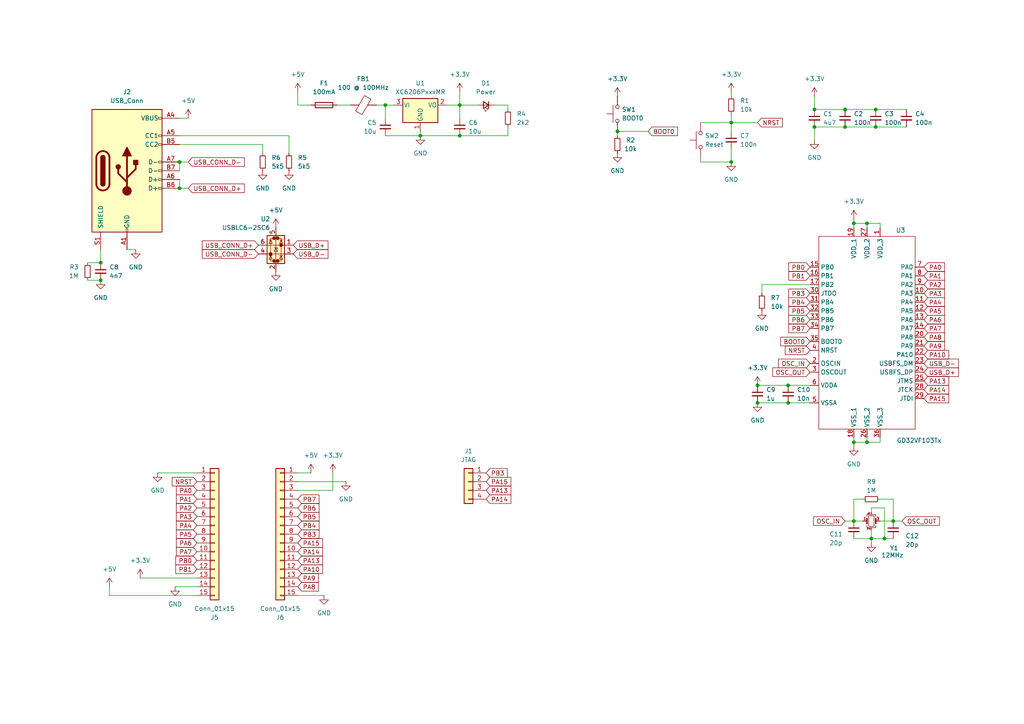
<source format=kicad_sch>
(kicad_sch (version 20231120) (generator "eeschema") (generator_version "8.0")
  (paper "A4")
  (lib_symbols
    (symbol "Connector:USB_C_Receptacle_USB2.0_14P" (pin_names (offset 1.016))
      (property "Reference" "J" (at 0 22.225 0))
      (property "Value" "USB_C_Receptacle_USB2.0_14P" (at 0 19.685 0))
      (symbol "USB_C_Receptacle_USB2.0_14P_0_0"
        (rectangle (start -0.254 -17.78) (end 0.254 -16.764))
        (rectangle (start 10.16 -4.826) (end 9.144 -5.334))
        (rectangle (start 10.16 -2.286) (end 9.144 -2.794))
        (rectangle (start 10.16 0.254) (end 9.144 -0.254))
        (rectangle (start 10.16 2.794) (end 9.144 2.286))
        (rectangle (start 10.16 7.874) (end 9.144 7.366))
        (rectangle (start 10.16 10.414) (end 9.144 9.906))
        (rectangle (start 10.16 15.494) (end 9.144 14.986))
      )
      (symbol "USB_C_Receptacle_USB2.0_14P_0_1"
        (rectangle (start -10.16 17.78) (end 10.16 -17.78) (stroke (width 0.254)) (fill (type background)))
        (arc (start -8.89 -3.81) (mid -6.985 -5.7067) (end -5.08 -3.81) (stroke (width 0.508)))
        (arc (start -7.62 -3.81) (mid -6.985 -4.4423) (end -6.35 -3.81) (stroke (width 0.254)))
        (arc (start -7.62 -3.81) (mid -6.985 -4.4423) (end -6.35 -3.81) (stroke (width 0.254)) (fill (type outline)))
        (rectangle (start -7.62 -3.81) (end -6.35 3.81) (stroke (width 0.254)) (fill (type outline)))
        (arc (start -6.35 3.81) (mid -6.985 4.4423) (end -7.62 3.81) (stroke (width 0.254)))
        (arc (start -6.35 3.81) (mid -6.985 4.4423) (end -7.62 3.81) (stroke (width 0.254)) (fill (type outline)))
        (arc (start -5.08 3.81) (mid -6.985 5.7067) (end -8.89 3.81) (stroke (width 0.508)))
        (circle (center -2.54 1.143) (radius 0.635) (stroke (width 0.254)) (fill (type outline)))
        (circle (center 0 -5.842) (radius 1.27) (fill (type outline)))
        (polyline (pts (xy -8.89 -3.81) (xy -8.89 3.81)) (stroke (width 0.508)))
        (polyline (pts (xy -5.08 3.81) (xy -5.08 -3.81)) (stroke (width 0.508)))
        (polyline (pts (xy 0 -5.842) (xy 0 4.318)) (stroke (width 0.508)))
        (polyline (pts (xy 0 -3.302) (xy -2.54 -0.762) (xy -2.54 0.508)) (stroke (width 0.508)))
        (polyline (pts (xy 0 -2.032) (xy 2.54 0.508) (xy 2.54 1.778)) (stroke (width 0.508)))
        (polyline (pts (xy -1.27 4.318) (xy 0 6.858) (xy 1.27 4.318) (xy -1.27 4.318)) (stroke (width 0.254)) (fill (type outline)))
        (rectangle (start 1.905 1.778) (end 3.175 3.048) (stroke (width 0.254)) (fill (type outline)))
      )
      (symbol "USB_C_Receptacle_USB2.0_14P_1_1"
        (pin passive line (at 0 -22.86 90) (length 5.08) (name "GND") (number "A1"))
        (pin passive line (at 0 -22.86 90) (length 5.08) hide (name "GND") (number "A12"))
        (pin passive line (at 15.24 15.24 180) (length 5.08) (name "VBUS") (number "A4"))
        (pin bidirectional line (at 15.24 10.16 180) (length 5.08) (name "CC1") (number "A5"))
        (pin bidirectional line (at 15.24 -2.54 180) (length 5.08) (name "D+") (number "A6"))
        (pin bidirectional line (at 15.24 2.54 180) (length 5.08) (name "D-") (number "A7"))
        (pin passive line (at 15.24 15.24 180) (length 5.08) hide (name "VBUS") (number "A9"))
        (pin passive line (at 0 -22.86 90) (length 5.08) hide (name "GND") (number "B1"))
        (pin passive line (at 0 -22.86 90) (length 5.08) hide (name "GND") (number "B12"))
        (pin passive line (at 15.24 15.24 180) (length 5.08) hide (name "VBUS") (number "B4"))
        (pin bidirectional line (at 15.24 7.62 180) (length 5.08) (name "CC2") (number "B5"))
        (pin bidirectional line (at 15.24 -5.08 180) (length 5.08) (name "D+") (number "B6"))
        (pin bidirectional line (at 15.24 0 180) (length 5.08) (name "D-") (number "B7"))
        (pin passive line (at 15.24 15.24 180) (length 5.08) hide (name "VBUS") (number "B9"))
        (pin passive line (at -7.62 -22.86 90) (length 5.08) (name "SHIELD") (number "S1"))
      )
    )
    (symbol "Connector_Generic:Conn_01x04" (pin_names (offset 1.016) hide)
      (property "Reference" "J" (at 0 5.08 0))
      (property "Value" "Conn_01x04" (at 0 -7.62 0))
      (symbol "Conn_01x04_1_1"
        (rectangle (start -1.27 -4.953) (end 0 -5.207) (stroke (width 0.1524)))
        (rectangle (start -1.27 -2.413) (end 0 -2.667) (stroke (width 0.1524)))
        (rectangle (start -1.27 0.127) (end 0 -0.127) (stroke (width 0.1524)))
        (rectangle (start -1.27 2.667) (end 0 2.413) (stroke (width 0.1524)))
        (rectangle (start -1.27 3.81) (end 1.27 -6.35) (stroke (width 0.254)) (fill (type background)))
        (pin passive line (at -5.08 2.54 0) (length 3.81) (name "Pin_1") (number "1"))
        (pin passive line (at -5.08 0 0) (length 3.81) (name "Pin_2") (number "2"))
        (pin passive line (at -5.08 -2.54 0) (length 3.81) (name "Pin_3") (number "3"))
        (pin passive line (at -5.08 -5.08 0) (length 3.81) (name "Pin_4") (number "4"))
      )
    )
    (symbol "Connector_Generic:Conn_01x15" (pin_names (offset 1.016) hide)
      (property "Reference" "J" (at 0 20.32 0))
      (property "Value" "Conn_01x15" (at 0 -20.32 0))
      (symbol "Conn_01x15_1_1"
        (rectangle (start -1.27 -17.653) (end 0 -17.907) (stroke (width 0.1524)))
        (rectangle (start -1.27 -15.113) (end 0 -15.367) (stroke (width 0.1524)))
        (rectangle (start -1.27 -12.573) (end 0 -12.827) (stroke (width 0.1524)))
        (rectangle (start -1.27 -10.033) (end 0 -10.287) (stroke (width 0.1524)))
        (rectangle (start -1.27 -7.493) (end 0 -7.747) (stroke (width 0.1524)))
        (rectangle (start -1.27 -4.953) (end 0 -5.207) (stroke (width 0.1524)))
        (rectangle (start -1.27 -2.413) (end 0 -2.667) (stroke (width 0.1524)))
        (rectangle (start -1.27 0.127) (end 0 -0.127) (stroke (width 0.1524)))
        (rectangle (start -1.27 2.667) (end 0 2.413) (stroke (width 0.1524)))
        (rectangle (start -1.27 5.207) (end 0 4.953) (stroke (width 0.1524)))
        (rectangle (start -1.27 7.747) (end 0 7.493) (stroke (width 0.1524)))
        (rectangle (start -1.27 10.287) (end 0 10.033) (stroke (width 0.1524)))
        (rectangle (start -1.27 12.827) (end 0 12.573) (stroke (width 0.1524)))
        (rectangle (start -1.27 15.367) (end 0 15.113) (stroke (width 0.1524)))
        (rectangle (start -1.27 17.907) (end 0 17.653) (stroke (width 0.1524)))
        (rectangle (start -1.27 19.05) (end 1.27 -19.05) (stroke (width 0.254)) (fill (type background)))
        (pin passive line (at -5.08 17.78 0) (length 3.81) (name "Pin_1") (number "1"))
        (pin passive line (at -5.08 -5.08 0) (length 3.81) (name "Pin_10") (number "10"))
        (pin passive line (at -5.08 -7.62 0) (length 3.81) (name "Pin_11") (number "11"))
        (pin passive line (at -5.08 -10.16 0) (length 3.81) (name "Pin_12") (number "12"))
        (pin passive line (at -5.08 -12.7 0) (length 3.81) (name "Pin_13") (number "13"))
        (pin passive line (at -5.08 -15.24 0) (length 3.81) (name "Pin_14") (number "14"))
        (pin passive line (at -5.08 -17.78 0) (length 3.81) (name "Pin_15") (number "15"))
        (pin passive line (at -5.08 15.24 0) (length 3.81) (name "Pin_2") (number "2"))
        (pin passive line (at -5.08 12.7 0) (length 3.81) (name "Pin_3") (number "3"))
        (pin passive line (at -5.08 10.16 0) (length 3.81) (name "Pin_4") (number "4"))
        (pin passive line (at -5.08 7.62 0) (length 3.81) (name "Pin_5") (number "5"))
        (pin passive line (at -5.08 5.08 0) (length 3.81) (name "Pin_6") (number "6"))
        (pin passive line (at -5.08 2.54 0) (length 3.81) (name "Pin_7") (number "7"))
        (pin passive line (at -5.08 0 0) (length 3.81) (name "Pin_8") (number "8"))
        (pin passive line (at -5.08 -2.54 0) (length 3.81) (name "Pin_9") (number "9"))
      )
    )
    (symbol "Device:C_Small" (pin_numbers hide) (pin_names (offset 0.254) hide)
      (property "Reference" "C" (at 0.254 1.778 0))
      (property "Value" "C_Small" (at 0.254 -2.032 0))
      (symbol "C_Small_0_1"
        (polyline (pts (xy -1.524 -0.508) (xy 1.524 -0.508)) (stroke (width 0.3302)))
        (polyline (pts (xy -1.524 0.508) (xy 1.524 0.508)) (stroke (width 0.3048)))
      )
      (symbol "C_Small_1_1"
        (pin passive line (at 0 2.54 270) (length 2.032) (name "~") (number "1"))
        (pin passive line (at 0 -2.54 90) (length 2.032) (name "~") (number "2"))
      )
    )
    (symbol "Device:Crystal_GND24_Small" (pin_names (offset 1.016) hide)
      (property "Reference" "Y" (at 1.27 4.445 0))
      (property "Value" "Crystal_GND24_Small" (at 1.27 2.54 0))
      (symbol "Crystal_GND24_Small_0_1"
        (rectangle (start -0.762 -1.524) (end 0.762 1.524))
        (polyline (pts (xy -1.27 -0.762) (xy -1.27 0.762)) (stroke (width 0.381)))
        (polyline (pts (xy 1.27 -0.762) (xy 1.27 0.762)) (stroke (width 0.381)))
        (polyline (pts (xy -1.27 -1.27) (xy -1.27 -1.905) (xy 1.27 -1.905) (xy 1.27 -1.27)))
        (polyline (pts (xy -1.27 1.27) (xy -1.27 1.905) (xy 1.27 1.905) (xy 1.27 1.27)))
      )
      (symbol "Crystal_GND24_Small_1_1"
        (pin passive line (at -2.54 0 0) (length 1.27) (name "1") (number "1"))
        (pin passive line (at 0 -2.54 90) (length 0.635) (name "2") (number "2"))
        (pin passive line (at 2.54 0 180) (length 1.27) (name "3") (number "3"))
        (pin passive line (at 0 2.54 270) (length 0.635) (name "4") (number "4"))
      )
    )
    (symbol "Device:FerriteBead" (pin_numbers hide) (pin_names (offset 0))
      (property "Reference" "FB" (at -3.81 0.635 90))
      (property "Value" "FerriteBead" (at 3.81 0 90))
      (symbol "FerriteBead_0_1"
        (polyline (pts (xy 0 -1.27) (xy 0 -1.2192)))
        (polyline (pts (xy 0 1.27) (xy 0 1.2954)))
        (polyline (pts (xy -2.7686 0.4064) (xy -1.7018 2.2606) (xy 2.7686 -0.3048) (xy 1.6764 -2.159) (xy -2.7686 0.4064)))
      )
      (symbol "FerriteBead_1_1"
        (pin passive line (at 0 3.81 270) (length 2.54) (name "~") (number "1"))
        (pin passive line (at 0 -3.81 90) (length 2.54) (name "~") (number "2"))
      )
    )
    (symbol "Device:Fuse" (pin_numbers hide) (pin_names (offset 0))
      (property "Reference" "F" (at 2.032 0 90))
      (property "Value" "Fuse" (at -1.905 0 90))
      (symbol "Fuse_0_1"
        (rectangle (start -0.762 -2.54) (end 0.762 2.54) (stroke (width 0.254)))
        (polyline (pts (xy 0 2.54) (xy 0 -2.54)))
      )
      (symbol "Fuse_1_1"
        (pin passive line (at 0 3.81 270) (length 1.27) (name "~") (number "1"))
        (pin passive line (at 0 -3.81 90) (length 1.27) (name "~") (number "2"))
      )
    )
    (symbol "Device:LED_Small" (pin_numbers hide) (pin_names (offset 0.254) hide)
      (property "Reference" "D" (at -1.27 3.175 0))
      (property "Value" "LED_Small" (at -4.445 -2.54 0))
      (symbol "LED_Small_0_1"
        (polyline (pts (xy -0.762 -1.016) (xy -0.762 1.016)) (stroke (width 0.254)))
        (polyline (pts (xy 1.016 0) (xy -0.762 0)))
        (polyline (pts (xy 0.762 -1.016) (xy -0.762 0) (xy 0.762 1.016) (xy 0.762 -1.016)) (stroke (width 0.254)))
        (polyline (pts (xy 0 0.762) (xy -0.508 1.27) (xy -0.254 1.27) (xy -0.508 1.27) (xy -0.508 1.016)))
        (polyline (pts (xy 0.508 1.27) (xy 0 1.778) (xy 0.254 1.778) (xy 0 1.778) (xy 0 1.524)))
      )
      (symbol "LED_Small_1_1"
        (pin passive line (at -2.54 0 0) (length 1.778) (name "K") (number "1"))
        (pin passive line (at 2.54 0 180) (length 1.778) (name "A") (number "2"))
      )
    )
    (symbol "Device:R_Small" (pin_numbers hide) (pin_names (offset 0.254) hide)
      (property "Reference" "R" (at 0.762 0.508 0))
      (property "Value" "R_Small" (at 0.762 -1.016 0))
      (symbol "R_Small_0_1"
        (rectangle (start -0.762 1.778) (end 0.762 -1.778) (stroke (width 0.2032)))
      )
      (symbol "R_Small_1_1"
        (pin passive line (at 0 2.54 270) (length 0.762) (name "~") (number "1"))
        (pin passive line (at 0 -2.54 90) (length 0.762) (name "~") (number "2"))
      )
    )
    (symbol "GDSemi-local:GD32VF103Tx"
      (property "Reference" "U" (at 9.652 30.48 0))
      (property "Value" "GD32VF103Tx" (at 12.446 -29.718 0))
      (symbol "GD32VF103Tx_0_1"
        (rectangle (start -13.97 27.94) (end 13.97 -27.94))
      )
      (symbol "GD32VF103Tx_1_0"
        (pin bidirectional line (at 16.51 11.43 180) (length 2.54) (name "PA3") (number "10"))
        (pin bidirectional line (at 16.51 8.89 180) (length 2.54) (name "PA4") (number "11"))
        (pin bidirectional line (at 16.51 6.35 180) (length 2.54) (name "PA5") (number "12"))
        (pin bidirectional line (at 16.51 3.81 180) (length 2.54) (name "PA6") (number "13"))
        (pin bidirectional line (at 16.51 1.27 180) (length 2.54) (name "PA7") (number "14"))
        (pin bidirectional line (at -16.51 19.05 0) (length 2.54) (name "PB0") (number "15"))
        (pin bidirectional line (at -16.51 16.51 0) (length 2.54) (name "PB1") (number "16"))
        (pin bidirectional line (at -16.51 13.97 0) (length 2.54) (name "PB2") (number "17"))
        (pin power_out line (at -3.81 -30.48 90) (length 2.54) (name "VSS_1") (number "18"))
        (pin input line (at -16.51 -8.89 0) (length 2.54) (name "OSCIN") (number "2"))
        (pin bidirectional line (at 16.51 -1.27 180) (length 2.54) (name "PA8") (number "20"))
        (pin bidirectional line (at 16.51 -3.81 180) (length 2.54) (name "PA9") (number "21"))
        (pin bidirectional line (at 16.51 -6.35 180) (length 2.54) (name "PA10") (number "22"))
        (pin bidirectional line (at 16.51 -8.89 180) (length 2.54) (name "PA11") (number "23") (alternate "USBFS_DM" bidirectional line))
        (pin bidirectional line (at 16.51 -11.43 180) (length 2.54) (name "PA12") (number "24") (alternate "USBFS_DP" bidirectional line))
        (pin bidirectional line (at 16.51 -13.97 180) (length 2.54) (name "PA13") (number "25") (alternate "JTMS" bidirectional line))
        (pin power_out line (at 0 -30.48 90) (length 2.54) (name "VSS_2") (number "26"))
        (pin bidirectional line (at 16.51 -16.51 180) (length 2.54) (name "PA14") (number "28") (alternate "JTCK" bidirectional line))
        (pin bidirectional line (at 16.51 -19.05 180) (length 2.54) (name "PA15") (number "29") (alternate "JTDI" bidirectional line))
        (pin output line (at -16.51 -11.43 0) (length 2.54) (name "OSCOUT") (number "3"))
        (pin bidirectional line (at -16.51 11.43 0) (length 2.54) (name "PB3") (number "30") (alternate "JTDO" bidirectional line))
        (pin bidirectional line (at -16.51 8.89 0) (length 2.54) (name "PB4") (number "31"))
        (pin bidirectional line (at -16.51 6.35 0) (length 2.54) (name "PB5") (number "32"))
        (pin bidirectional line (at -16.51 3.81 0) (length 2.54) (name "PB6") (number "33"))
        (pin bidirectional line (at -16.51 1.27 0) (length 2.54) (name "PB7") (number "34"))
        (pin bidirectional line (at -16.51 -2.54 0) (length 2.54) (name "BOOT0") (number "35"))
        (pin power_out line (at 3.81 -30.48 90) (length 2.54) (name "VSS_3") (number "36"))
        (pin free line (at 0 -1.27 90) (length 2.54) hide (name "ThermalPad") (number "37"))
        (pin bidirectional line (at -16.51 -5.08 0) (length 2.54) (name "NRST") (number "4"))
        (pin power_out line (at -16.51 -20.32 0) (length 2.54) (name "VSSA") (number "5"))
        (pin power_in line (at -16.51 -15.24 0) (length 2.54) (name "VDDA") (number "6"))
        (pin bidirectional line (at 16.51 19.05 180) (length 2.54) (name "PA0") (number "7"))
        (pin bidirectional line (at 16.51 16.51 180) (length 2.54) (name "PA1") (number "8"))
        (pin bidirectional line (at 16.51 13.97 180) (length 2.54) (name "PA2") (number "9"))
      )
      (symbol "GD32VF103Tx_1_1"
        (pin power_in line (at 3.81 30.48 270) (length 2.54) (name "VDD_3") (number "1"))
        (pin power_in line (at -3.81 30.48 270) (length 2.54) (name "VDD_1") (number "19"))
        (pin power_in line (at 0 30.48 270) (length 2.54) (name "VDD_2") (number "27"))
      )
    )
    (symbol "Power_Protection:USBLC6-2SC6" (pin_names hide)
      (property "Reference" "U" (at 0.635 5.715 0))
      (property "Value" "USBLC6-2SC6" (at 0.635 3.81 0))
      (symbol "USBLC6-2SC6_0_0"
        (circle (center -1.524 0) (radius 0.0001) (stroke (width 0.508)))
        (circle (center -0.508 -4.572) (radius 0.0001) (stroke (width 0.508)))
        (circle (center -0.508 2.032) (radius 0.0001) (stroke (width 0.508)))
        (circle (center 0.508 -4.572) (radius 0.0001) (stroke (width 0.508)))
        (circle (center 0.508 2.032) (radius 0.0001) (stroke (width 0.508)))
        (circle (center 1.524 -2.54) (radius 0.0001) (stroke (width 0.508)))
      )
      (symbol "USBLC6-2SC6_0_1"
        (polyline (pts (xy -2.54 -2.54) (xy 2.54 -2.54)))
        (polyline (pts (xy -2.54 0) (xy 2.54 0)))
        (polyline (pts (xy -2.032 -3.048) (xy -1.016 -3.048)))
        (polyline (pts (xy -1.016 1.524) (xy -2.032 1.524)))
        (polyline (pts (xy 1.016 -3.048) (xy 2.032 -3.048)))
        (polyline (pts (xy 1.016 1.524) (xy 2.032 1.524)))
        (polyline (pts (xy -0.508 -1.143) (xy -0.508 -0.762) (xy 0.508 -0.762)))
        (polyline (pts (xy -2.032 0.508) (xy -1.016 0.508) (xy -1.524 1.524) (xy -2.032 0.508)))
        (polyline (pts (xy -1.016 -4.064) (xy -2.032 -4.064) (xy -1.524 -3.048) (xy -1.016 -4.064)))
        (polyline (pts (xy 0.508 -1.778) (xy -0.508 -1.778) (xy 0 -0.762) (xy 0.508 -1.778)))
        (polyline (pts (xy 2.032 -4.064) (xy 1.016 -4.064) (xy 1.524 -3.048) (xy 2.032 -4.064)))
        (polyline (pts (xy 2.032 0.508) (xy 1.016 0.508) (xy 1.524 1.524) (xy 2.032 0.508)))
        (polyline (pts (xy 0 2.54) (xy -0.508 2.032) (xy 0.508 2.032) (xy 0 1.524) (xy 0 -4.064) (xy -0.508 -4.572) (xy 0.508 -4.572) (xy 0 -5.08)))
      )
      (symbol "USBLC6-2SC6_1_1"
        (rectangle (start -2.54 2.794) (end 2.54 -5.334) (stroke (width 0.254)) (fill (type background)))
        (polyline (pts (xy -0.508 2.032) (xy -1.524 2.032) (xy -1.524 -4.572) (xy -0.508 -4.572)))
        (polyline (pts (xy 0.508 -4.572) (xy 1.524 -4.572) (xy 1.524 2.032) (xy 0.508 2.032)))
        (pin passive line (at -5.08 0 0) (length 2.54) (name "I/O1") (number "1"))
        (pin passive line (at 0 -7.62 90) (length 2.54) (name "GND") (number "2"))
        (pin passive line (at -5.08 -2.54 0) (length 2.54) (name "I/O2") (number "3"))
        (pin passive line (at 5.08 -2.54 180) (length 2.54) (name "I/O2") (number "4"))
        (pin passive line (at 0 5.08 270) (length 2.54) (name "VBUS") (number "5"))
        (pin passive line (at 5.08 0 180) (length 2.54) (name "I/O1") (number "6"))
      )
    )
    (symbol "Regulator_Linear:XC6206PxxxMR" (pin_names (offset 0.254))
      (property "Reference" "U" (at -3.81 3.175 0))
      (property "Value" "XC6206PxxxMR" (at 0 3.175 0))
      (symbol "XC6206PxxxMR_0_1"
        (rectangle (start -5.08 1.905) (end 5.08 -5.08) (stroke (width 0.254)) (fill (type background)))
      )
      (symbol "XC6206PxxxMR_1_1"
        (pin power_in line (at 0 -7.62 90) (length 2.54) (name "GND") (number "1"))
        (pin power_out line (at 7.62 0 180) (length 2.54) (name "VO") (number "2"))
        (pin power_in line (at -7.62 0 0) (length 2.54) (name "VI") (number "3"))
      )
    )
    (symbol "Switch:SW_Push" (pin_numbers hide) (pin_names (offset 1.016) hide)
      (property "Reference" "SW" (at 1.27 2.54 0))
      (property "Value" "SW_Push" (at 0 -1.524 0))
      (symbol "SW_Push_0_1"
        (circle (center -2.032 0) (radius 0.508))
        (polyline (pts (xy 0 1.27) (xy 0 3.048)))
        (polyline (pts (xy 2.54 1.27) (xy -2.54 1.27)))
        (circle (center 2.032 0) (radius 0.508))
        (pin passive line (at -5.08 0 0) (length 2.54) (name "1") (number "1"))
        (pin passive line (at 5.08 0 180) (length 2.54) (name "2") (number "2"))
      )
    )
    (symbol "power:+3.3V" (power) (pin_numbers hide) (pin_names (offset 0) hide)
      (property "Value" "+3.3V" (at 0 3.556 0))
      (symbol "+3.3V_0_1"
        (polyline (pts (xy -0.762 1.27) (xy 0 2.54)))
        (polyline (pts (xy 0 0) (xy 0 2.54)))
        (polyline (pts (xy 0 2.54) (xy 0.762 1.27)))
      )
      (symbol "+3.3V_1_1"
        (pin power_in line (at 0 0 90) (length 0) (name "~") (number "1"))
      )
    )
    (symbol "power:+5V" (power) (pin_numbers hide) (pin_names (offset 0) hide)
      (property "Value" "+5V" (at 0 3.556 0))
      (symbol "+5V_0_1"
        (polyline (pts (xy -0.762 1.27) (xy 0 2.54)))
        (polyline (pts (xy 0 0) (xy 0 2.54)))
        (polyline (pts (xy 0 2.54) (xy 0.762 1.27)))
      )
      (symbol "+5V_1_1"
        (pin power_in line (at 0 0 90) (length 0) (name "~") (number "1"))
      )
    )
    (symbol "power:GND" (power) (pin_numbers hide) (pin_names (offset 0) hide)
      (property "Value" "GND" (at 0 -3.81 0))
      (symbol "GND_0_1"
        (polyline (pts (xy 0 0) (xy 0 -1.27) (xy 1.27 -1.27) (xy 0 -2.54) (xy -1.27 -1.27) (xy 0 -1.27)))
      )
      (symbol "GND_1_1"
        (pin power_in line (at 0 0 270) (length 0) (name "~") (number "1"))
      )
    )
  )
  (junction (at 247.65 151.13))
  (junction (at 219.71 111.76))
  (junction (at 245.11 31.75))
  (junction (at 52.07 46.99))
  (junction (at 219.71 116.84))
  (junction (at 133.35 39.37))
  (junction (at 256.54 156.21))
  (junction (at 52.07 54.61))
  (junction (at 247.65 64.77))
  (junction (at 212.09 46.99))
  (junction (at 29.21 76.2))
  (junction (at 29.21 81.28))
  (junction (at 236.22 36.83))
  (junction (at 251.46 64.77))
  (junction (at 228.6 111.76))
  (junction (at 133.35 30.48))
  (junction (at 251.46 128.27))
  (junction (at 236.22 31.75))
  (junction (at 259.08 151.13))
  (junction (at 212.09 35.56))
  (junction (at 179.07 38.1))
  (junction (at 245.11 36.83))
  (junction (at 111.76 30.48))
  (junction (at 247.65 128.27))
  (junction (at 252.73 156.21))
  (junction (at 228.6 116.84))
  (junction (at 254 36.83))
  (junction (at 121.92 39.37))
  (junction (at 254 31.75))
  (wire (pts (xy 31.75 172.72) (xy 31.75 170.18)))
  (wire (pts (xy 259.08 151.13) (xy 261.62 151.13)))
  (wire (pts (xy 254 31.75) (xy 262.89 31.75)))
  (wire (pts (xy 147.32 36.83) (xy 147.32 39.37)))
  (wire (pts (xy 133.35 30.48) (xy 133.35 34.29)))
  (wire (pts (xy 252.73 156.21) (xy 252.73 157.48)))
  (wire (pts (xy 219.71 116.84) (xy 228.6 116.84)))
  (wire (pts (xy 251.46 128.27) (xy 247.65 128.27)))
  (wire (pts (xy 96.52 137.16) (xy 96.52 142.24)))
  (wire (pts (xy 228.6 111.76) (xy 234.95 111.76)))
  (wire (pts (xy 133.35 30.48) (xy 138.43 30.48)))
  (wire (pts (xy 203.2 46.99) (xy 212.09 46.99)))
  (wire (pts (xy 52.07 39.37) (xy 83.82 39.37)))
  (wire (pts (xy 251.46 64.77) (xy 251.46 66.04)))
  (wire (pts (xy 111.76 30.48) (xy 114.3 30.48)))
  (wire (pts (xy 86.36 139.7) (xy 100.33 139.7)))
  (wire (pts (xy 133.35 26.67) (xy 133.35 30.48)))
  (wire (pts (xy 254 36.83) (xy 262.89 36.83)))
  (wire (pts (xy 212.09 43.18) (xy 212.09 46.99)))
  (wire (pts (xy 86.36 172.72) (xy 93.98 172.72)))
  (wire (pts (xy 247.65 156.21) (xy 252.73 156.21)))
  (wire (pts (xy 40.64 167.64) (xy 57.15 167.64)))
  (wire (pts (xy 57.15 172.72) (xy 31.75 172.72)))
  (wire (pts (xy 212.09 35.56) (xy 219.71 35.56)))
  (wire (pts (xy 247.65 128.27) (xy 247.65 129.54)))
  (wire (pts (xy 179.07 38.1) (xy 187.96 38.1)))
  (wire (pts (xy 111.76 39.37) (xy 121.92 39.37)))
  (wire (pts (xy 219.71 111.76) (xy 228.6 111.76)))
  (wire (pts (xy 236.22 36.83) (xy 245.11 36.83)))
  (wire (pts (xy 52.07 34.29) (xy 54.61 34.29)))
  (wire (pts (xy 203.2 35.56) (xy 212.09 35.56)))
  (wire (pts (xy 121.92 38.1) (xy 121.92 39.37)))
  (wire (pts (xy 25.4 81.28) (xy 29.21 81.28)))
  (wire (pts (xy 109.22 30.48) (xy 111.76 30.48)))
  (wire (pts (xy 256.54 156.21) (xy 252.73 156.21)))
  (wire (pts (xy 147.32 39.37) (xy 133.35 39.37)))
  (wire (pts (xy 245.11 151.13) (xy 247.65 151.13)))
  (wire (pts (xy 121.92 39.37) (xy 133.35 39.37)))
  (wire (pts (xy 220.98 82.55) (xy 220.98 85.09)))
  (wire (pts (xy 247.65 64.77) (xy 247.65 63.5)))
  (wire (pts (xy 50.8 170.18) (xy 57.15 170.18)))
  (wire (pts (xy 245.11 31.75) (xy 254 31.75)))
  (wire (pts (xy 247.65 144.78) (xy 247.65 151.13)))
  (wire (pts (xy 256.54 147.32) (xy 256.54 156.21)))
  (wire (pts (xy 52.07 46.99) (xy 54.61 46.99)))
  (wire (pts (xy 212.09 33.02) (xy 212.09 35.56)))
  (wire (pts (xy 96.52 142.24) (xy 86.36 142.24)))
  (wire (pts (xy 252.73 148.59) (xy 252.73 147.32)))
  (wire (pts (xy 76.2 41.91) (xy 76.2 44.45)))
  (wire (pts (xy 251.46 127) (xy 251.46 128.27)))
  (wire (pts (xy 52.07 46.99) (xy 52.07 49.53)))
  (wire (pts (xy 111.76 30.48) (xy 111.76 34.29)))
  (wire (pts (xy 129.54 30.48) (xy 133.35 30.48)))
  (wire (pts (xy 52.07 54.61) (xy 54.61 54.61)))
  (wire (pts (xy 212.09 26.67) (xy 212.09 27.94)))
  (wire (pts (xy 255.27 151.13) (xy 259.08 151.13)))
  (wire (pts (xy 97.79 30.48) (xy 101.6 30.48)))
  (wire (pts (xy 256.54 156.21) (xy 259.08 156.21)))
  (wire (pts (xy 45.72 137.16) (xy 57.15 137.16)))
  (wire (pts (xy 25.4 76.2) (xy 29.21 76.2)))
  (wire (pts (xy 236.22 27.94) (xy 236.22 31.75)))
  (wire (pts (xy 86.36 30.48) (xy 90.17 30.48)))
  (wire (pts (xy 255.27 66.04) (xy 255.27 64.77)))
  (wire (pts (xy 147.32 30.48) (xy 147.32 31.75)))
  (wire (pts (xy 252.73 147.32) (xy 256.54 147.32)))
  (wire (pts (xy 86.36 26.67) (xy 86.36 30.48)))
  (wire (pts (xy 251.46 64.77) (xy 247.65 64.77)))
  (wire (pts (xy 255.27 127) (xy 255.27 128.27)))
  (wire (pts (xy 83.82 39.37) (xy 83.82 44.45)))
  (wire (pts (xy 250.19 144.78) (xy 247.65 144.78)))
  (wire (pts (xy 255.27 144.78) (xy 259.08 144.78)))
  (wire (pts (xy 203.2 45.72) (xy 203.2 46.99)))
  (wire (pts (xy 247.65 151.13) (xy 250.19 151.13)))
  (wire (pts (xy 234.95 82.55) (xy 220.98 82.55)))
  (wire (pts (xy 252.73 153.67) (xy 252.73 156.21)))
  (wire (pts (xy 255.27 64.77) (xy 251.46 64.77)))
  (wire (pts (xy 39.37 72.39) (xy 36.83 72.39)))
  (wire (pts (xy 236.22 31.75) (xy 245.11 31.75)))
  (wire (pts (xy 86.36 137.16) (xy 90.17 137.16)))
  (wire (pts (xy 247.65 64.77) (xy 247.65 66.04)))
  (wire (pts (xy 179.07 39.37) (xy 179.07 38.1)))
  (wire (pts (xy 143.51 30.48) (xy 147.32 30.48)))
  (wire (pts (xy 236.22 36.83) (xy 236.22 40.64)))
  (wire (pts (xy 52.07 52.07) (xy 52.07 54.61)))
  (wire (pts (xy 247.65 127) (xy 247.65 128.27)))
  (wire (pts (xy 245.11 36.83) (xy 254 36.83)))
  (wire (pts (xy 255.27 128.27) (xy 251.46 128.27)))
  (wire (pts (xy 259.08 144.78) (xy 259.08 151.13)))
  (wire (pts (xy 52.07 41.91) (xy 76.2 41.91)))
  (wire (pts (xy 228.6 116.84) (xy 234.95 116.84)))
  (wire (pts (xy 212.09 35.56) (xy 212.09 38.1)))
  (wire (pts (xy 29.21 72.39) (xy 29.21 76.2)))
  (global_label "PB4" (shape input) (at 86.36 152.4 0) (property "Intersheetrefs" "${INTERSHEET_REFS}" (effects (hide yes))))
  (global_label "PA0" (shape input) (at 57.15 142.24 180) (property "Intersheetrefs" "${INTERSHEET_REFS}" (effects (hide yes))))
  (global_label "PB6" (shape input) (at 86.36 147.32 0) (property "Intersheetrefs" "${INTERSHEET_REFS}" (effects (hide yes))))
  (global_label "NRST" (shape input) (at 57.15 139.7 180) (property "Intersheetrefs" "${INTERSHEET_REFS}" (effects (hide yes))))
  (global_label "PA2" (shape input) (at 267.97 82.55 0) (property "Intersheetrefs" "${INTERSHEET_REFS}" (effects (hide yes))))
  (global_label "PA15" (shape input) (at 86.36 157.48 0) (property "Intersheetrefs" "${INTERSHEET_REFS}" (effects (hide yes))))
  (global_label "PB3" (shape input) (at 140.97 137.16 0) (property "Intersheetrefs" "${INTERSHEET_REFS}" (effects (hide yes))))
  (global_label "BOOT0" (shape input) (at 234.95 99.06 180) (property "Intersheetrefs" "${INTERSHEET_REFS}" (effects (hide yes))))
  (global_label "BOOT0" (shape input) (at 187.96 38.1 0) (property "Intersheetrefs" "${INTERSHEET_REFS}" (effects (hide yes))))
  (global_label "PA15" (shape input) (at 267.97 115.57 0) (property "Intersheetrefs" "${INTERSHEET_REFS}" (effects (hide yes))))
  (global_label "NRST" (shape input) (at 234.95 101.6 180) (property "Intersheetrefs" "${INTERSHEET_REFS}" (effects (hide yes))))
  (global_label "PA14" (shape input) (at 267.97 113.03 0) (property "Intersheetrefs" "${INTERSHEET_REFS}" (effects (hide yes))))
  (global_label "PA2" (shape input) (at 57.15 147.32 180) (property "Intersheetrefs" "${INTERSHEET_REFS}" (effects (hide yes))))
  (global_label "PA13" (shape input) (at 267.97 110.49 0) (property "Intersheetrefs" "${INTERSHEET_REFS}" (effects (hide yes))))
  (global_label "PB6" (shape input) (at 234.95 92.71 180) (property "Intersheetrefs" "${INTERSHEET_REFS}" (effects (hide yes))))
  (global_label "PA6" (shape input) (at 57.15 157.48 180) (property "Intersheetrefs" "${INTERSHEET_REFS}" (effects (hide yes))))
  (global_label "PA8" (shape input) (at 267.97 97.79 0) (property "Intersheetrefs" "${INTERSHEET_REFS}" (effects (hide yes))))
  (global_label "PA8" (shape input) (at 86.36 170.18 0) (property "Intersheetrefs" "${INTERSHEET_REFS}" (effects (hide yes))))
  (global_label "PB4" (shape input) (at 234.95 87.63 180) (property "Intersheetrefs" "${INTERSHEET_REFS}" (effects (hide yes))))
  (global_label "PA1" (shape input) (at 267.97 80.01 0) (property "Intersheetrefs" "${INTERSHEET_REFS}" (effects (hide yes))))
  (global_label "PA5" (shape input) (at 267.97 90.17 0) (property "Intersheetrefs" "${INTERSHEET_REFS}" (effects (hide yes))))
  (global_label "PB1" (shape input) (at 57.15 165.1 180) (property "Intersheetrefs" "${INTERSHEET_REFS}" (effects (hide yes))))
  (global_label "USB_CONN_D+" (shape input) (at 74.93 71.12 180) (property "Intersheetrefs" "${INTERSHEET_REFS}" (effects (hide yes))))
  (global_label "PA9" (shape input) (at 267.97 100.33 0) (property "Intersheetrefs" "${INTERSHEET_REFS}" (effects (hide yes))))
  (global_label "USB_D-" (shape input) (at 267.97 105.41 0) (property "Intersheetrefs" "${INTERSHEET_REFS}" (effects (hide yes))))
  (global_label "PA6" (shape input) (at 267.97 92.71 0) (property "Intersheetrefs" "${INTERSHEET_REFS}" (effects (hide yes))))
  (global_label "OSC_IN" (shape input) (at 234.95 105.41 180) (property "Intersheetrefs" "${INTERSHEET_REFS}" (effects (hide yes))))
  (global_label "NRST" (shape input) (at 219.71 35.56 0) (property "Intersheetrefs" "${INTERSHEET_REFS}" (effects (hide yes))))
  (global_label "PA4" (shape input) (at 57.15 152.4 180) (property "Intersheetrefs" "${INTERSHEET_REFS}" (effects (hide yes))))
  (global_label "PB0" (shape input) (at 57.15 162.56 180) (property "Intersheetrefs" "${INTERSHEET_REFS}" (effects (hide yes))))
  (global_label "PA10" (shape input) (at 86.36 165.1 0) (property "Intersheetrefs" "${INTERSHEET_REFS}" (effects (hide yes))))
  (global_label "PA3" (shape input) (at 267.97 85.09 0) (property "Intersheetrefs" "${INTERSHEET_REFS}" (effects (hide yes))))
  (global_label "USB_D-" (shape input) (at 85.09 73.66 0) (property "Intersheetrefs" "${INTERSHEET_REFS}" (effects (hide yes))))
  (global_label "PA14" (shape input) (at 140.97 144.78 0) (property "Intersheetrefs" "${INTERSHEET_REFS}" (effects (hide yes))))
  (global_label "OSC_OUT" (shape input) (at 261.62 151.13 0) (property "Intersheetrefs" "${INTERSHEET_REFS}" (effects (hide yes))))
  (global_label "PB5" (shape input) (at 86.36 149.86 0) (property "Intersheetrefs" "${INTERSHEET_REFS}" (effects (hide yes))))
  (global_label "PA3" (shape input) (at 57.15 149.86 180) (property "Intersheetrefs" "${INTERSHEET_REFS}" (effects (hide yes))))
  (global_label "USB_CONN_D-" (shape input) (at 54.61 46.99 0) (property "Intersheetrefs" "${INTERSHEET_REFS}" (effects (hide yes))))
  (global_label "USB_D+" (shape input) (at 267.97 107.95 0) (property "Intersheetrefs" "${INTERSHEET_REFS}" (effects (hide yes))))
  (global_label "PA10" (shape input) (at 267.97 102.87 0) (property "Intersheetrefs" "${INTERSHEET_REFS}" (effects (hide yes))))
  (global_label "PA1" (shape input) (at 57.15 144.78 180) (property "Intersheetrefs" "${INTERSHEET_REFS}" (effects (hide yes))))
  (global_label "PB3" (shape input) (at 86.36 154.94 0) (property "Intersheetrefs" "${INTERSHEET_REFS}" (effects (hide yes))))
  (global_label "PB7" (shape input) (at 86.36 144.78 0) (property "Intersheetrefs" "${INTERSHEET_REFS}" (effects (hide yes))))
  (global_label "OSC_IN" (shape input) (at 245.11 151.13 180) (property "Intersheetrefs" "${INTERSHEET_REFS}" (effects (hide yes))))
  (global_label "PA4" (shape input) (at 267.97 87.63 0) (property "Intersheetrefs" "${INTERSHEET_REFS}" (effects (hide yes))))
  (global_label "PB0" (shape input) (at 234.95 77.47 180) (property "Intersheetrefs" "${INTERSHEET_REFS}" (effects (hide yes))))
  (global_label "PA13" (shape input) (at 140.97 142.24 0) (property "Intersheetrefs" "${INTERSHEET_REFS}" (effects (hide yes))))
  (global_label "USB_CONN_D-" (shape input) (at 74.93 73.66 180) (property "Intersheetrefs" "${INTERSHEET_REFS}" (effects (hide yes))))
  (global_label "PA7" (shape input) (at 267.97 95.25 0) (property "Intersheetrefs" "${INTERSHEET_REFS}" (effects (hide yes))))
  (global_label "OSC_OUT" (shape input) (at 234.95 107.95 180) (property "Intersheetrefs" "${INTERSHEET_REFS}" (effects (hide yes))))
  (global_label "PB3" (shape input) (at 234.95 85.09 180) (property "Intersheetrefs" "${INTERSHEET_REFS}" (effects (hide yes))))
  (global_label "PB7" (shape input) (at 234.95 95.25 180) (property "Intersheetrefs" "${INTERSHEET_REFS}" (effects (hide yes))))
  (global_label "PA0" (shape input) (at 267.97 77.47 0) (property "Intersheetrefs" "${INTERSHEET_REFS}" (effects (hide yes))))
  (global_label "USB_D+" (shape input) (at 85.09 71.12 0) (property "Intersheetrefs" "${INTERSHEET_REFS}" (effects (hide yes))))
  (global_label "PA7" (shape input) (at 57.15 160.02 180) (property "Intersheetrefs" "${INTERSHEET_REFS}" (effects (hide yes))))
  (global_label "PA5" (shape input) (at 57.15 154.94 180) (property "Intersheetrefs" "${INTERSHEET_REFS}" (effects (hide yes))))
  (global_label "PA9" (shape input) (at 86.36 167.64 0) (property "Intersheetrefs" "${INTERSHEET_REFS}" (effects (hide yes))))
  (global_label "PA15" (shape input) (at 140.97 139.7 0) (property "Intersheetrefs" "${INTERSHEET_REFS}" (effects (hide yes))))
  (global_label "PB5" (shape input) (at 234.95 90.17 180) (property "Intersheetrefs" "${INTERSHEET_REFS}" (effects (hide yes))))
  (global_label "PA14" (shape input) (at 86.36 160.02 0) (property "Intersheetrefs" "${INTERSHEET_REFS}" (effects (hide yes))))
  (global_label "PB1" (shape input) (at 234.95 80.01 180) (property "Intersheetrefs" "${INTERSHEET_REFS}" (effects (hide yes))))
  (global_label "PA13" (shape input) (at 86.36 162.56 0) (property "Intersheetrefs" "${INTERSHEET_REFS}" (effects (hide yes))))
  (global_label "USB_CONN_D+" (shape input) (at 54.61 54.61 0) (property "Intersheetrefs" "${INTERSHEET_REFS}" (effects (hide yes))))
  (symbol (lib_id "Device:C_Small") (at 29.21 78.74 0) (unit 1)
    (property "Reference" "C8" (at 31.75 77.4762 0) (effects (justify left)))
    (property "Value" "4n7" (at 31.75 80.0162 0) (effects (justify left)))
    (property "Footprint" "Capacitor_SMD:C_0402_1005Metric" (effects (hide yes)))
    (property "Description" "Unpolarized capacitor, small symbol" (effects (hide yes)))
    (property "LCSC" "C1538" (effects (hide yes)))
  )
  (symbol (lib_id "power:GND") (at 252.73 157.48 0) (unit 1)
    (property "Reference" "#PWR023" (effects (hide yes)))
    (property "Value" "GND" (at 252.73 162.56 0))
    (property "Description" "Power symbol creates a global label with name \"GND\" , ground" (effects (hide yes)))
  )
  (symbol (lib_id "Device:C_Small") (at 262.89 34.29 0) (unit 1)
    (property "Reference" "C4" (at 265.43 33.0262 0) (effects (justify left)))
    (property "Value" "100n" (at 265.43 35.5662 0) (effects (justify left)))
    (property "Footprint" "Capacitor_SMD:C_0402_1005Metric" (effects (hide yes)))
    (property "Description" "Unpolarized capacitor, small symbol" (effects (hide yes)))
    (property "LCSC" "C1525" (effects (hide yes)))
  )
  (symbol (lib_id "power:GND") (at 121.92 39.37 0) (unit 1)
    (property "Reference" "#PWR08" (effects (hide yes)))
    (property "Value" "GND" (at 121.92 44.45 0))
    (property "Description" "Power symbol creates a global label with name \"GND\" , ground" (effects (hide yes)))
  )
  (symbol (lib_id "Device:LED_Small") (at 140.97 30.48 180) (unit 1)
    (property "Reference" "D1" (at 140.9065 24.13 0))
    (property "Value" "Power" (at 140.9065 26.67 0))
    (property "Footprint" "LED_SMD:LED_0603_1608Metric" (effects (hide yes)))
    (property "Description" "Light emitting diode, small symbol" (effects (hide yes)))
    (property "LCSC" "C2286" (effects (hide yes)))
  )
  (symbol (lib_id "Device:R_Small") (at 83.82 46.99 0) (unit 1)
    (property "Reference" "R5" (at 86.36 45.7199 0) (effects (justify left)))
    (property "Value" "5k5" (at 86.36 48.2599 0) (effects (justify left)))
    (property "Footprint" "Resistor_SMD:R_0402_1005Metric" (effects (hide yes)))
    (property "Description" "Resistor, small symbol" (effects (hide yes)))
    (property "LCSC" "C25905" (effects (hide yes)))
  )
  (symbol (lib_id "power:GND") (at 179.07 44.45 0) (unit 1)
    (property "Reference" "#PWR030" (effects (hide yes)))
    (property "Value" "GND" (at 179.07 49.53 0))
    (property "Description" "Power symbol creates a global label with name \"GND\" , ground" (effects (hide yes)))
  )
  (symbol (lib_id "power:GND") (at 236.22 40.64 0) (unit 1)
    (property "Reference" "#PWR09" (effects (hide yes)))
    (property "Value" "GND" (at 236.22 45.72 0))
    (property "Description" "Power symbol creates a global label with name \"GND\" , ground" (effects (hide yes)))
  )
  (symbol (lib_id "power:+3.3V") (at 219.71 111.76 0) (unit 1)
    (property "Reference" "#PWR017" (effects (hide yes)))
    (property "Value" "+3.3V" (at 219.71 106.68 0))
    (property "Description" "Power symbol creates a global label with name \"+3.3V\"" (effects (hide yes)))
  )
  (symbol (lib_id "Device:C_Small") (at 212.09 40.64 0) (unit 1)
    (property "Reference" "C7" (at 214.63 39.3762 0) (effects (justify left)))
    (property "Value" "100n" (at 214.63 41.9162 0) (effects (justify left)))
    (property "Footprint" "Capacitor_SMD:C_0402_1005Metric" (effects (hide yes)))
    (property "Description" "Unpolarized capacitor, small symbol" (effects (hide yes)))
    (property "LCSC" "C1525" (effects (hide yes)))
  )
  (symbol (lib_id "Device:R_Small") (at 147.32 34.29 0) (unit 1)
    (property "Reference" "R4" (at 149.86 33.0199 0) (effects (justify left)))
    (property "Value" "2k2" (at 149.86 35.5599 0) (effects (justify left)))
    (property "Footprint" "Resistor_SMD:R_0402_1005Metric" (effects (hide yes)))
    (property "Description" "Resistor, small symbol" (effects (hide yes)))
    (property "LCSC" "C25879" (effects (hide yes)))
  )
  (symbol (lib_id "Device:C_Small") (at 254 34.29 0) (unit 1)
    (property "Reference" "C3" (at 256.54 33.0262 0) (effects (justify left)))
    (property "Value" "100n" (at 256.54 35.5662 0) (effects (justify left)))
    (property "Footprint" "Capacitor_SMD:C_0402_1005Metric" (effects (hide yes)))
    (property "Description" "Unpolarized capacitor, small symbol" (effects (hide yes)))
    (property "LCSC" "C1525" (effects (hide yes)))
  )
  (symbol (lib_id "power:+3.3V") (at 40.64 167.64 0) (unit 1)
    (property "Reference" "#PWR025" (effects (hide yes)))
    (property "Value" "+3.3V" (at 40.64 162.56 0))
    (property "Description" "Power symbol creates a global label with name \"+3.3V\"" (effects (hide yes)))
  )
  (symbol (lib_id "power:GND") (at 39.37 72.39 0) (unit 1)
    (property "Reference" "#PWR011" (effects (hide yes)))
    (property "Value" "GND" (at 39.37 77.47 0))
    (property "Description" "Power symbol creates a global label with name \"GND\" , ground" (effects (hide yes)))
  )
  (symbol (lib_id "power:+3.3V") (at 236.22 27.94 0) (unit 1)
    (property "Reference" "#PWR07" (effects (hide yes)))
    (property "Value" "+3.3V" (at 236.22 22.86 0))
    (property "Description" "Power symbol creates a global label with name \"+3.3V\"" (effects (hide yes)))
  )
  (symbol (lib_id "Switch:SW_Push") (at 179.07 33.02 90) (unit 1)
    (property "Reference" "SW1" (at 180.34 31.7499 90) (effects (justify right)))
    (property "Value" "BOOT0" (at 180.34 34.2899 90) (effects (justify right)))
    (property "Footprint" "Button_Switch_SMD:SW_Push_1P1T_NO_CK_KMR2" (effects (hide yes)))
    (property "Description" "Push button switch, generic, two pins" (effects (hide yes)))
    (property "LCSC" "C221676" (effects (hide yes)))
  )
  (symbol (lib_id "Device:R_Small") (at 212.09 30.48 180) (unit 1)
    (property "Reference" "R1" (at 214.63 29.2099 0) (effects (justify right)))
    (property "Value" "10k" (at 214.63 31.7499 0) (effects (justify right)))
    (property "Footprint" "Resistor_SMD:R_0402_1005Metric" (effects (hide yes)))
    (property "Description" "Resistor, small symbol" (effects (hide yes)))
    (property "LCSC" "C25744" (effects (hide yes)))
  )
  (symbol (lib_id "Device:R_Small") (at 220.98 87.63 0) (unit 1)
    (property "Reference" "R7" (at 223.52 86.3599 0) (effects (justify left)))
    (property "Value" "10k" (at 223.52 88.8999 0) (effects (justify left)))
    (property "Footprint" "Resistor_SMD:R_0402_1005Metric" (effects (hide yes)))
    (property "Description" "Resistor, small symbol" (effects (hide yes)))
    (property "LCSC" "C25744" (effects (hide yes)))
  )
  (symbol (lib_id "power:GND") (at 29.21 81.28 0) (unit 1)
    (property "Reference" "#PWR014" (effects (hide yes)))
    (property "Value" "GND" (at 29.21 86.36 0))
    (property "Description" "Power symbol creates a global label with name \"GND\" , ground" (effects (hide yes)))
  )
  (symbol (lib_id "Device:C_Small") (at 219.71 114.3 0) (unit 1)
    (property "Reference" "C9" (at 222.25 113.0362 0) (effects (justify left)))
    (property "Value" "1u" (at 222.25 115.5762 0) (effects (justify left)))
    (property "Footprint" "Capacitor_SMD:C_0603_1608Metric" (effects (hide yes)))
    (property "Description" "Unpolarized capacitor, small symbol" (effects (hide yes)))
    (property "LCSC" "C15849" (effects (hide yes)))
  )
  (symbol (lib_id "Device:C_Small") (at 111.76 36.83 0) (mirror y) (unit 1)
    (property "Reference" "C5" (at 109.22 35.5662 0) (effects (justify left)))
    (property "Value" "10u" (at 109.22 38.1062 0) (effects (justify left)))
    (property "Footprint" "Capacitor_SMD:C_0603_1608Metric" (effects (hide yes)))
    (property "Description" "Unpolarized capacitor, small symbol" (effects (hide yes)))
    (property "LCSC" "C19702" (effects (hide yes)))
  )
  (symbol (lib_id "Connector_Generic:Conn_01x04") (at 135.89 139.7 0) (mirror y) (unit 1)
    (property "Reference" "J1" (at 135.89 130.81 0))
    (property "Value" "JTAG" (at 135.89 133.35 0))
    (property "Footprint" "Connector_PinHeader_2.54mm:PinHeader_1x04_P2.54mm_Vertical" (effects (hide yes)))
    (property "Description" "Generic connector, single row, 01x04, script generated (kicad-library-utils/schlib/autogen/connector/)" (effects (hide yes)))
  )
  (symbol (lib_id "Device:C_Small") (at 245.11 34.29 0) (unit 1)
    (property "Reference" "C2" (at 247.65 33.0262 0) (effects (justify left)))
    (property "Value" "100n" (at 247.65 35.5662 0) (effects (justify left)))
    (property "Footprint" "Capacitor_SMD:C_0402_1005Metric" (effects (hide yes)))
    (property "Description" "Unpolarized capacitor, small symbol" (effects (hide yes)))
    (property "LCSC" "C1525" (effects (hide yes)))
  )
  (symbol (lib_id "power:GND") (at 212.09 46.99 0) (unit 1)
    (property "Reference" "#PWR013" (effects (hide yes)))
    (property "Value" "GND" (at 212.09 52.07 0))
    (property "Description" "Power symbol creates a global label with name \"GND\" , ground" (effects (hide yes)))
  )
  (symbol (lib_id "power:GND") (at 247.65 129.54 0) (unit 1)
    (property "Reference" "#PWR022" (effects (hide yes)))
    (property "Value" "GND" (at 247.65 134.62 0))
    (property "Description" "Power symbol creates a global label with name \"GND\" , ground" (effects (hide yes)))
  )
  (symbol (lib_id "power:+3.3V") (at 179.07 27.94 0) (unit 1)
    (property "Reference" "#PWR06" (effects (hide yes)))
    (property "Value" "+3.3V" (at 179.07 22.86 0))
    (property "Description" "Power symbol creates a global label with name \"+3.3V\"" (effects (hide yes)))
  )
  (symbol (lib_id "Connector:USB_C_Receptacle_USB2.0_14P") (at 36.83 49.53 0) (unit 1)
    (property "Reference" "J2" (at 36.83 26.67 0))
    (property "Value" "USB_Conn" (at 36.83 29.21 0))
    (property "Footprint" "Connector_USB:USB_C_Receptacle_HRO_TYPE-C-31-M-12" (effects (hide yes)))
    (property "Datasheet" "https://www.usb.org/sites/default/files/documents/usb_type-c.zip" (effects (hide yes)))
    (property "Description" "USB 2.0-only 14P Type-C Receptacle connector" (effects (hide yes)))
    (property "LCSC" "C5337088" (effects (hide yes)))
  )
  (symbol (lib_id "Device:R_Small") (at 76.2 46.99 180) (unit 1)
    (property "Reference" "R6" (at 78.74 45.7199 0) (effects (justify right)))
    (property "Value" "5k5" (at 78.74 48.2599 0) (effects (justify right)))
    (property "Footprint" "Resistor_SMD:R_0402_1005Metric" (effects (hide yes)))
    (property "Description" "Resistor, small symbol" (effects (hide yes)))
    (property "LCSC" "C25905" (effects (hide yes)))
  )
  (symbol (lib_id "power:+5V") (at 31.75 170.18 0) (unit 1)
    (property "Reference" "#PWR024" (effects (hide yes)))
    (property "Value" "+5V" (at 31.75 165.1 0))
    (property "Description" "Power symbol creates a global label with name \"+5V\"" (effects (hide yes)))
  )
  (symbol (lib_id "Power_Protection:USBLC6-2SC6") (at 80.01 71.12 0) (mirror y) (unit 1)
    (property "Reference" "U2" (at 78.3589 63.5 0) (effects (justify left)))
    (property "Value" "USBLC6-2SC6" (at 78.3589 66.04 0) (effects (justify left)))
    (property "Footprint" "Package_TO_SOT_SMD:SOT-23-6" (effects (hide yes)))
    (property "Datasheet" "https://www.st.com/resource/en/datasheet/usblc6-2.pdf" (effects (hide yes)))
    (property "Description" "Very low capacitance ESD protection diode, 2 data-line, SOT-23-6" (effects (hide yes)))
    (property "LCSC" "C2827654" (effects (hide yes)))
  )
  (symbol (lib_id "power:GND") (at 45.72 137.16 0) (unit 1)
    (property "Reference" "#PWR012" (effects (hide yes)))
    (property "Value" "GND" (at 45.72 142.24 0))
    (property "Description" "Power symbol creates a global label with name \"GND\" , ground" (effects (hide yes)))
  )
  (symbol (lib_id "power:GND") (at 219.71 116.84 0) (unit 1)
    (property "Reference" "#PWR018" (effects (hide yes)))
    (property "Value" "GND" (at 219.71 121.92 0))
    (property "Description" "Power symbol creates a global label with name \"GND\" , ground" (effects (hide yes)))
  )
  (symbol (lib_id "power:+5V") (at 90.17 137.16 0) (unit 1)
    (property "Reference" "#PWR027" (effects (hide yes)))
    (property "Value" "+5V" (at 90.17 132.08 0))
    (property "Description" "Power symbol creates a global label with name \"+5V\"" (effects (hide yes)))
  )
  (symbol (lib_id "power:+3.3V") (at 212.09 26.67 0) (unit 1)
    (property "Reference" "#PWR03" (effects (hide yes)))
    (property "Value" "+3.3V" (at 212.09 21.59 0))
    (property "Description" "Power symbol creates a global label with name \"+3.3V\"" (effects (hide yes)))
  )
  (symbol (lib_id "power:+3.3V") (at 133.35 26.67 0) (unit 1)
    (property "Reference" "#PWR02" (effects (hide yes)))
    (property "Value" "+3.3V" (at 133.35 21.59 0))
    (property "Description" "Power symbol creates a global label with name \"+3.3V\"" (effects (hide yes)))
  )
  (symbol (lib_id "Device:Crystal_GND24_Small") (at 252.73 151.13 0) (unit 1)
    (property "Reference" "Y1" (at 259.334 158.9718 0))
    (property "Value" "12MHz" (at 258.826 161.036 0))
    (property "Footprint" "Crystal:Crystal_SMD_3225-4Pin_3.2x2.5mm" (effects (hide yes)))
    (property "Description" "Four pin crystal, GND on pins 2 and 4, small symbol" (effects (hide yes)))
    (property "LCSC" "C9002" (effects (hide yes)))
  )
  (symbol (lib_id "power:+5V") (at 54.61 34.29 0) (unit 1)
    (property "Reference" "#PWR04" (effects (hide yes)))
    (property "Value" "+5V" (at 54.61 29.21 0))
    (property "Description" "Power symbol creates a global label with name \"+5V\"" (effects (hide yes)))
  )
  (symbol (lib_id "Device:R_Small") (at 252.73 144.78 90) (unit 1)
    (property "Reference" "R9" (at 252.73 139.7 90))
    (property "Value" "1M" (at 252.73 142.24 90))
    (property "Footprint" "Resistor_SMD:R_0402_1005Metric" (effects (hide yes)))
    (property "Description" "Resistor, small symbol" (effects (hide yes)))
    (property "LCSC" "C26083" (effects (hide yes)))
  )
  (symbol (lib_id "power:+3.3V") (at 247.65 63.5 0) (unit 1)
    (property "Reference" "#PWR015" (effects (hide yes)))
    (property "Value" "+3.3V" (at 247.65 58.42 0))
    (property "Description" "Power symbol creates a global label with name \"+3.3V\"" (effects (hide yes)))
  )
  (symbol (lib_id "power:GND") (at 220.98 90.17 0) (unit 1)
    (property "Reference" "#PWR021" (effects (hide yes)))
    (property "Value" "GND" (at 220.98 95.25 0))
    (property "Description" "Power symbol creates a global label with name \"GND\" , ground" (effects (hide yes)))
  )
  (symbol (lib_id "Device:R_Small") (at 25.4 78.74 0) (mirror x) (unit 1)
    (property "Reference" "R3" (at 22.86 77.4699 0) (effects (justify right)))
    (property "Value" "1M" (at 22.86 80.0099 0) (effects (justify right)))
    (property "Footprint" "Resistor_SMD:R_0402_1005Metric" (effects (hide yes)))
    (property "Description" "Resistor, small symbol" (effects (hide yes)))
    (property "LCSC" "C26083" (effects (hide yes)))
  )
  (symbol (lib_id "Device:C_Small") (at 259.08 153.67 0) (unit 1)
    (property "Reference" "C12" (at 262.636 155.448 0) (effects (justify left)))
    (property "Value" "20p" (at 262.636 157.988 0) (effects (justify left)))
    (property "Footprint" "Capacitor_SMD:C_0402_1005Metric" (effects (hide yes)))
    (property "Description" "Unpolarized capacitor, small symbol" (effects (hide yes)))
    (property "LCSC" "C1554" (effects (hide yes)))
  )
  (symbol (lib_id "power:+3.3V") (at 96.52 137.16 0) (unit 1)
    (property "Reference" "#PWR028" (effects (hide yes)))
    (property "Value" "+3.3V" (at 96.52 132.08 0))
    (property "Description" "Power symbol creates a global label with name \"+3.3V\"" (effects (hide yes)))
  )
  (symbol (lib_id "power:+5V") (at 86.36 26.67 0) (unit 1)
    (property "Reference" "#PWR01" (effects (hide yes)))
    (property "Value" "+5V" (at 86.36 21.59 0))
    (property "Description" "Power symbol creates a global label with name \"+5V\"" (effects (hide yes)))
  )
  (symbol (lib_id "power:GND") (at 76.2 49.53 0) (unit 1)
    (property "Reference" "#PWR019" (effects (hide yes)))
    (property "Value" "GND" (at 76.2 54.61 0))
    (property "Description" "Power symbol creates a global label with name \"GND\" , ground" (effects (hide yes)))
  )
  (symbol (lib_id "Regulator_Linear:XC6206PxxxMR") (at 121.92 30.48 0) (unit 1)
    (property "Reference" "U1" (at 121.92 24.13 0))
    (property "Value" "XC6206PxxxMR" (at 121.92 26.67 0))
    (property "Footprint" "Package_TO_SOT_SMD:SOT-23-3" (effects (hide yes)))
    (property "Datasheet" "https://www.torexsemi.com/file/xc6206/XC6206.pdf" (effects (hide yes)))
    (property "Description" "Positive 60-250mA Low Dropout Regulator, Fixed Output, SOT-23" (effects (hide yes)))
    (property "LCSC" "C5446" (effects (hide yes)))
  )
  (symbol (lib_id "Device:C_Small") (at 133.35 36.83 0) (unit 1)
    (property "Reference" "C6" (at 135.89 35.5662 0) (effects (justify left)))
    (property "Value" "10u" (at 135.89 38.1062 0) (effects (justify left)))
    (property "Footprint" "Capacitor_SMD:C_0603_1608Metric" (effects (hide yes)))
    (property "Description" "Unpolarized capacitor, small symbol" (effects (hide yes)))
    (property "LCSC" "C19702" (effects (hide yes)))
  )
  (symbol (lib_id "power:GND") (at 83.82 49.53 0) (unit 1)
    (property "Reference" "#PWR020" (effects (hide yes)))
    (property "Value" "GND" (at 83.82 54.61 0))
    (property "Description" "Power symbol creates a global label with name \"GND\" , ground" (effects (hide yes)))
  )
  (symbol (lib_id "power:+5V") (at 80.01 66.04 0) (mirror y) (unit 1)
    (property "Reference" "#PWR05" (effects (hide yes)))
    (property "Value" "+5V" (at 80.01 60.96 0))
    (property "Description" "Power symbol creates a global label with name \"+5V\"" (effects (hide yes)))
  )
  (symbol (lib_id "power:GND") (at 50.8 170.18 0) (unit 1)
    (property "Reference" "#PWR026" (effects (hide yes)))
    (property "Value" "GND" (at 50.8 175.26 0))
    (property "Description" "Power symbol creates a global label with name \"GND\" , ground" (effects (hide yes)))
  )
  (symbol (lib_id "power:GND") (at 80.01 78.74 0) (mirror y) (unit 1)
    (property "Reference" "#PWR010" (effects (hide yes)))
    (property "Value" "GND" (at 80.01 83.82 0))
    (property "Description" "Power symbol creates a global label with name \"GND\" , ground" (effects (hide yes)))
  )
  (symbol (lib_id "Device:Fuse") (at 93.98 30.48 90) (unit 1)
    (property "Reference" "F1" (at 93.98 24.13 90))
    (property "Value" "100mA" (at 93.98 26.67 90))
    (property "Footprint" "Fuse:Fuse_1206_3216Metric" (effects (hide yes)))
    (property "Description" "Fuse" (effects (hide yes)))
    (property "LCSC" "C2680502" (effects (hide yes)))
  )
  (symbol (lib_id "Switch:SW_Push") (at 203.2 40.64 90) (unit 1)
    (property "Reference" "SW2" (at 204.47 39.3699 90) (effects (justify right)))
    (property "Value" "Reset" (at 204.47 41.9099 90) (effects (justify right)))
    (property "Footprint" "Button_Switch_SMD:SW_Push_1P1T_NO_CK_KMR2" (effects (hide yes)))
    (property "Description" "Push button switch, generic, two pins" (effects (hide yes)))
    (property "LCSC" "C221676" (effects (hide yes)))
  )
  (symbol (lib_id "Device:C_Small") (at 228.6 114.3 0) (unit 1)
    (property "Reference" "C10" (at 231.14 113.0362 0) (effects (justify left)))
    (property "Value" "10n" (at 231.14 115.5762 0) (effects (justify left)))
    (property "Footprint" "Capacitor_SMD:C_0402_1005Metric" (effects (hide yes)))
    (property "Description" "Unpolarized capacitor, small symbol" (effects (hide yes)))
    (property "LCSC" "C15195" (effects (hide yes)))
  )
  (symbol (lib_id "Connector_Generic:Conn_01x15") (at 62.23 154.94 0) (unit 1)
    (property "Reference" "J5" (at 62.23 179.07 0))
    (property "Value" "Conn_01x15" (at 62.23 176.53 0))
    (property "Footprint" "Connector_PinHeader_2.54mm:PinHeader_1x15_P2.54mm_Vertical" (effects (hide yes)))
    (property "Description" "Generic connector, single row, 01x15, script generated (kicad-library-utils/schlib/autogen/connector/)" (effects (hide yes)))
  )
  (symbol (lib_id "power:GND") (at 100.33 139.7 0) (unit 1)
    (property "Reference" "#PWR029" (effects (hide yes)))
    (property "Value" "GND" (at 100.33 144.78 0))
    (property "Description" "Power symbol creates a global label with name \"GND\" , ground" (effects (hide yes)))
  )
  (symbol (lib_id "Device:FerriteBead") (at 105.41 30.48 90) (unit 1)
    (property "Reference" "FB1" (at 105.3592 22.86 90))
    (property "Value" "100 @ 100MHz" (at 105.3592 25.4 90))
    (property "Footprint" "Inductor_SMD:L_0805_2012Metric" (effects (hide yes)))
    (property "Description" "Ferrite bead" (effects (hide yes)))
    (property "LCSC" "C1015" (effects (hide yes)))
  )
  (symbol (lib_id "Device:R_Small") (at 179.07 41.91 0) (mirror x) (unit 1)
    (property "Reference" "R2" (at 182.88 40.64 0))
    (property "Value" "10k" (at 182.88 43.18 0))
    (property "Footprint" "Resistor_SMD:R_0402_1005Metric" (effects (hide yes)))
    (property "Description" "Resistor, small symbol" (effects (hide yes)))
    (property "LCSC" "C25744" (effects (hide yes)))
  )
  (symbol (lib_id "Device:C_Small") (at 236.22 34.29 0) (unit 1)
    (property "Reference" "C1" (at 238.76 33.0262 0) (effects (justify left)))
    (property "Value" "4u7" (at 238.76 35.5662 0) (effects (justify left)))
    (property "Footprint" "Capacitor_SMD:C_0603_1608Metric" (effects (hide yes)))
    (property "Description" "Unpolarized capacitor, small symbol" (effects (hide yes)))
    (property "LCSC" "C19666" (effects (hide yes)))
  )
  (symbol (lib_id "Connector_Generic:Conn_01x15") (at 81.28 154.94 0) (mirror y) (unit 1)
    (property "Reference" "J6" (at 81.28 179.07 0))
    (property "Value" "Conn_01x15" (at 81.28 176.53 0))
    (property "Footprint" "Connector_PinHeader_2.54mm:PinHeader_1x15_P2.54mm_Vertical" (effects (hide yes)))
    (property "Description" "Generic connector, single row, 01x15, script generated (kicad-library-utils/schlib/autogen/connector/)" (effects (hide yes)))
  )
  (symbol (lib_id "power:GND") (at 93.98 172.72 0) (unit 1)
    (property "Reference" "#PWR016" (effects (hide yes)))
    (property "Value" "GND" (at 93.98 177.8 0))
    (property "Description" "Power symbol creates a global label with name \"GND\" , ground" (effects (hide yes)))
  )
  (symbol (lib_id "Device:C_Small") (at 247.65 153.67 0) (unit 1)
    (property "Reference" "C11" (at 240.538 154.94 0) (effects (justify left)))
    (property "Value" "20p" (at 240.538 157.48 0) (effects (justify left)))
    (property "Footprint" "Capacitor_SMD:C_0402_1005Metric" (effects (hide yes)))
    (property "Description" "Unpolarized capacitor, small symbol" (effects (hide yes)))
    (property "LCSC" "C1554" (effects (hide yes)))
  )
  (symbol (lib_id "GDSemi-local:GD32VF103Tx") (at 251.46 96.52 0) (unit 1)
    (property "Reference" "U3" (at 259.842 66.802 0) (effects (justify left)))
    (property "Value" "GD32VF103Tx" (at 260.096 127.762 0) (effects (justify left)))
    (property "Footprint" "Packages:QFN-36_EP_6x6_Pitch0.5mm" (effects (hide yes)))
    (property "Datasheet" "https://github.com/riscv-mcu/GD32VF103_DataSheets/blob/6607c559bd9a109a64227bdaac332bbb126cf24f/GD32VF103_Datasheet_Rev_1.0.pdf" (effects (hide yes)))
    (property "LCSC" "C908390" (effects (hide yes)))
    (pin "28" (alternate "JTCK"))
    (pin "23" (alternate "USBFS_DM"))
    (pin "25" (alternate "JTMS"))
    (pin "24" (alternate "USBFS_DP"))
    (pin "29" (alternate "JTDI"))
    (pin "30" (alternate "JTDO"))
  )
)
</source>
